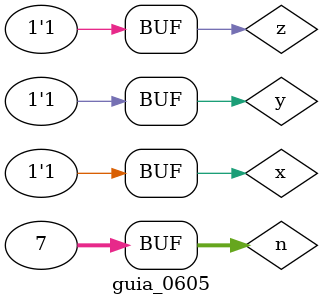
<source format=v>
module f_com(output s, input x, input y, input z);
	assign s = (~(~x | ~y) & ~(x & y)) | ~((y & z) | ~(x));
endmodule

module f_sim(output s, input x, input y, input z);
	assign s = (x & ~y) | (x & ~z);
endmodule



module guia_0605;
	reg x, y, z;
	wire com, sim;
	integer n = 0;
	
	f_com F_COM(com, x, y, z);
	f_sim F_SIM(sim, x, y, z);
	
	initial begin : start
		x = 1'b0;
		y = 1'b0;
		z = 1'b0;
	end
	
	initial begin : main
		$display(" n x y z = c s");
		$monitor("%2d %b %b %b = %b %b", n, x, y, z, com, sim);
		#1 x = 0; y = 0; z = 0; n = 00;
		#1 x = 0; y = 0; z = 1; n = 01;
		#1 x = 0; y = 1; z = 0; n = 02;
		#1 x = 0; y = 1; z = 1; n = 03;
		#1 x = 1; y = 0; z = 0; n = 04;
		#1 x = 1; y = 0; z = 1; n = 05;
		#1 x = 1; y = 1; z = 0; n = 06;
		#1 x = 1; y = 1; z = 1; n = 07;
	end
endmodule

</source>
